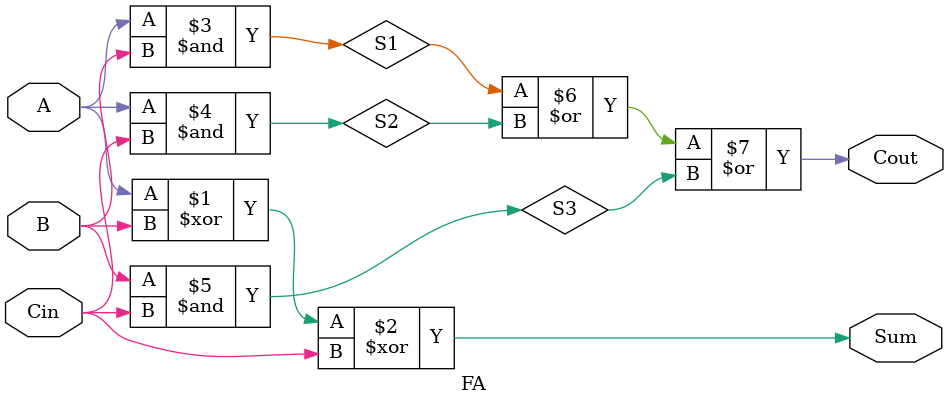
<source format=v>
module FA(A, B, Cin, Sum, Cout);
	
	input A, B, Cin;
	output Sum, Cout;
	
	/*  Using half adder to implement FA */
	/*
	wire S1, C1;
	wire S2, C2;
	wire C3;
	
	HA (A, B, S1, C1);
	HA (Cin, S1, S2, C2);
	or (C3, C1, C2);
	
	assign Sum = S2;
	assign Cout = C3;
	*/
	
	wire S1, S2, S3;
	// logic sum
	xor xor1(Sum, A, B, Cin); 

	// logic Cout 
	and and1(S1, A, B);
	and and2(S2, A, Cin);
	and and3(S3, B, Cin);
	or or1(Cout, S1, S2, S3);

	
endmodule

</source>
